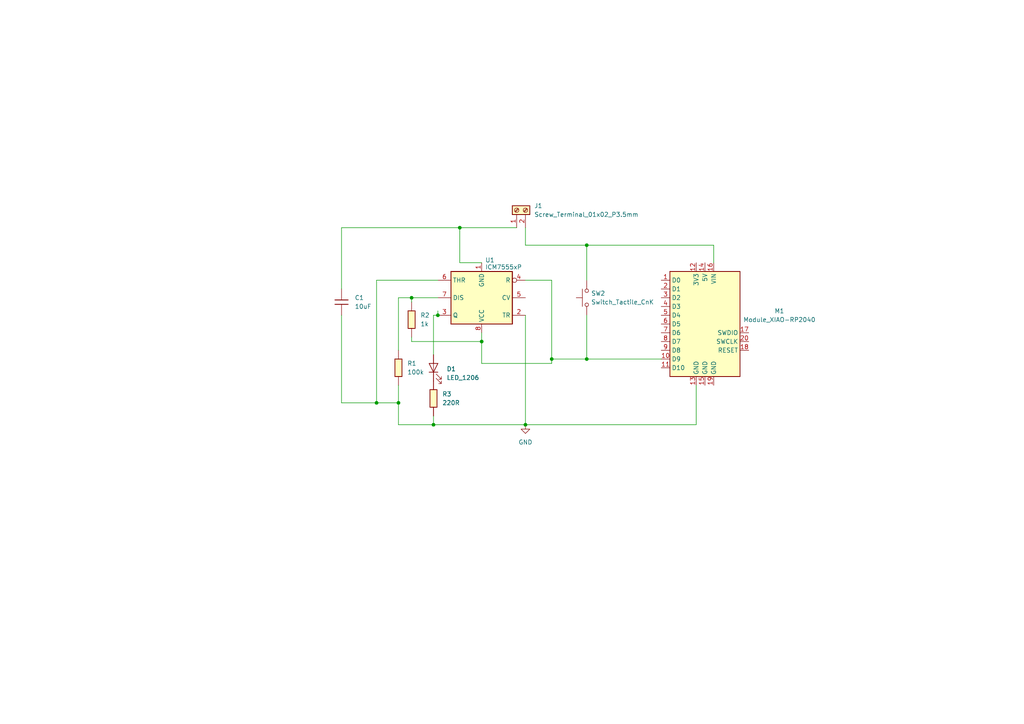
<source format=kicad_sch>
(kicad_sch (version 20231120) (generator "eeschema") (generator_version "8.0")
  (paper "A4")
  (title_block (title "Test_LEBCircuit"))
  (lib_symbols
    (symbol "Fab:C_1206" (pin_numbers hide)
      (property "Reference" "C" (at 0.635 2.54 0))
      (property "Value" "C_1206" (at 0.635 -2.54 0))
      (symbol "C_1206_1_1"
        (polyline (pts (xy -1.905 -0.635) (xy 1.905 -0.635)) (stroke (width 0.25)))
        (polyline (pts (xy -1.905 0.635) (xy 1.905 0.635)) (stroke (width 0.25)))
        (pin passive line (at 0 3.81 270) (length 3.175) (name "~") (number "1"))
        (pin passive line (at 0 -3.81 90) (length 3.175) (name "~") (number "2"))
      )
    )
    (symbol "Fab:LED_1206" (pin_numbers hide) (pin_names (offset 1.016) hide)
      (property "Reference" "D" (at 0 2.54 0))
      (property "Value" "LED_1206" (at 0 -2.54 0))
      (symbol "LED_1206_0_1"
        (polyline (pts (xy -1.27 -1.27) (xy -1.27 1.27)) (stroke (width 0.2032)))
        (polyline (pts (xy -1.27 0) (xy 1.27 0)))
        (polyline (pts (xy 1.27 -1.27) (xy 1.27 1.27) (xy -1.27 0) (xy 1.27 -1.27)) (stroke (width 0.2032)))
        (polyline (pts (xy -3.048 -0.762) (xy -4.572 -2.286) (xy -3.81 -2.286) (xy -4.572 -2.286) (xy -4.572 -1.524)))
        (polyline (pts (xy -1.778 -0.762) (xy -3.302 -2.286) (xy -2.54 -2.286) (xy -3.302 -2.286) (xy -3.302 -1.524)))
      )
      (symbol "LED_1206_1_1"
        (pin passive line (at -3.81 0 0) (length 2.54) (name "K") (number "1"))
        (pin passive line (at 3.81 0 180) (length 2.54) (name "A") (number "2"))
      )
    )
    (symbol "Fab:Module_XIAO-RP2040"
      (property "Reference" "M" (at -10.16 16.51 0))
      (property "Value" "Module_XIAO-RP2040" (at 3.81 16.51 0))
      (symbol "Module_XIAO-RP2040_1_1"
        (rectangle (start -10.16 15.24) (end 10.16 -15.24) (stroke (width 0.254)) (fill (type background)))
        (pin bidirectional line (at -12.7 12.7 0) (length 2.54) (name "D0") (number "1"))
        (pin bidirectional line (at -12.7 -10.16 0) (length 2.54) (name "D9") (number "10"))
        (pin bidirectional line (at -12.7 -12.7 0) (length 2.54) (name "D10") (number "11"))
        (pin power_in line (at -2.54 17.78 270) (length 2.54) (name "3V3") (number "12"))
        (pin power_in line (at -2.54 -17.78 90) (length 2.54) (name "GND") (number "13"))
        (pin power_in line (at 0 17.78 270) (length 2.54) (name "5V") (number "14"))
        (pin power_in line (at 0 -17.78 90) (length 2.54) (name "GND") (number "15"))
        (pin power_in line (at 2.54 17.78 270) (length 2.54) (name "VIN") (number "16"))
        (pin bidirectional line (at 12.7 -2.54 180) (length 2.54) (name "SWDIO") (number "17"))
        (pin input line (at 12.7 -7.62 180) (length 2.54) (name "RESET") (number "18"))
        (pin power_in line (at 2.54 -17.78 90) (length 2.54) (name "GND") (number "19"))
        (pin bidirectional line (at -12.7 10.16 0) (length 2.54) (name "D1") (number "2"))
        (pin input line (at 12.7 -5.08 180) (length 2.54) (name "SWCLK") (number "20"))
        (pin bidirectional line (at -12.7 7.62 0) (length 2.54) (name "D2") (number "3"))
        (pin bidirectional line (at -12.7 5.08 0) (length 2.54) (name "D3") (number "4"))
        (pin bidirectional line (at -12.7 2.54 0) (length 2.54) (name "D4") (number "5"))
        (pin bidirectional line (at -12.7 0 0) (length 2.54) (name "D5") (number "6"))
        (pin bidirectional line (at -12.7 -2.54 0) (length 2.54) (name "D6") (number "7"))
        (pin bidirectional line (at -12.7 -5.08 0) (length 2.54) (name "D7") (number "8"))
        (pin bidirectional line (at -12.7 -7.62 0) (length 2.54) (name "D8") (number "9"))
      )
    )
    (symbol "Fab:R_1206" (pin_numbers hide) (pin_names (offset 0))
      (property "Reference" "R" (at 2.54 0 90))
      (property "Value" "R_1206" (at -2.54 0 90))
      (symbol "R_1206_0_1"
        (rectangle (start -1.016 -2.54) (end 1.016 2.54) (stroke (width 0.254)) (fill (type background)))
      )
      (symbol "R_1206_1_1"
        (pin passive line (at 0 5.08 270) (length 2.54) (name "~") (number "1"))
        (pin passive line (at 0 -5.08 90) (length 2.54) (name "~") (number "2"))
      )
    )
    (symbol "Fab:Screw_Terminal_01x02_P3.5mm" (pin_names (offset 1.016) hide)
      (property "Reference" "J" (at 0 3.81 0))
      (property "Value" "Screw_Terminal_01x02_P3.5mm" (at 0 -3.81 0))
      (symbol "Screw_Terminal_01x02_P3.5mm_1_1"
        (rectangle (start -1.27 2.54) (end 1.27 -2.54) (stroke (width 0.254)) (fill (type background)))
        (circle (center 0 -1.27) (radius 0.635) (stroke (width 0.1524)))
        (polyline (pts (xy -0.5334 -0.9398) (xy 0.3302 -1.778)) (stroke (width 0.1524)))
        (polyline (pts (xy -0.5334 1.6002) (xy 0.3302 0.762)) (stroke (width 0.1524)))
        (polyline (pts (xy -0.3556 -0.762) (xy 0.508 -1.6002)) (stroke (width 0.1524)))
        (polyline (pts (xy -0.3556 1.778) (xy 0.508 0.9398)) (stroke (width 0.1524)))
        (circle (center 0 1.27) (radius 0.635) (stroke (width 0.1524)))
        (pin passive line (at -5.08 1.27 0) (length 3.81) (name "Pin_1") (number "1"))
        (pin passive line (at -5.08 -1.27 0) (length 3.81) (name "Pin_2") (number "2"))
      )
    )
    (symbol "Fab:Switch_Tactile_CnK" (pin_numbers hide) (pin_names (offset 1.016) hide)
      (property "Reference" "SW" (at 1.27 3.81 0))
      (property "Value" "Switch_Tactile_CnK" (at 0 0 0))
      (symbol "Switch_Tactile_CnK_0_1"
        (circle (center -2.032 0) (radius 0.508))
        (polyline (pts (xy 0 1.27) (xy 0 3.048)))
        (polyline (pts (xy 2.54 1.27) (xy -2.54 1.27)))
        (circle (center 2.032 0) (radius 0.508))
        (pin passive line (at -5.08 0 0) (length 2.54) (name "1") (number "1"))
        (pin passive line (at 5.08 0 180) (length 2.54) (name "2") (number "2"))
      )
    )
    (symbol "Timer:ICM7555xP"
      (property "Reference" "U" (at -10.16 8.89 0))
      (property "Value" "ICM7555xP" (at 2.54 8.89 0))
      (symbol "ICM7555xP_0_0"
        (pin power_in line (at 0 -10.16 90) (length 2.54) (name "GND") (number "1"))
        (pin power_in line (at 0 10.16 270) (length 2.54) (name "VCC") (number "8"))
      )
      (symbol "ICM7555xP_0_1"
        (rectangle (start -8.89 -7.62) (end 8.89 7.62) (stroke (width 0.254)) (fill (type background)))
        (rectangle (start -8.89 -7.62) (end 8.89 7.62) (stroke (width 0.254)) (fill (type background)))
      )
      (symbol "ICM7555xP_1_1"
        (pin input line (at -12.7 5.08 0) (length 3.81) (name "TR") (number "2"))
        (pin output line (at 12.7 5.08 180) (length 3.81) (name "Q") (number "3"))
        (pin input inverted (at -12.7 -5.08 0) (length 3.81) (name "R") (number "4"))
        (pin input line (at -12.7 0 0) (length 3.81) (name "CV") (number "5"))
        (pin input line (at 12.7 -5.08 180) (length 3.81) (name "THR") (number "6"))
        (pin input line (at 12.7 0 180) (length 3.81) (name "DIS") (number "7"))
      )
    )
    (symbol "power:GND" (power) (pin_numbers hide) (pin_names (offset 0) hide)
      (property "Value" "GND" (at 0 -3.81 0))
      (symbol "GND_0_1"
        (polyline (pts (xy 0 0) (xy 0 -1.27) (xy 1.27 -1.27) (xy 0 -2.54) (xy -1.27 -1.27) (xy 0 -1.27)))
      )
      (symbol "GND_1_1"
        (pin power_in line (at 0 0 270) (length 0) (name "~") (number "1"))
      )
    )
  )
  (junction (at 133.35 66.04))
  (junction (at 160.02 104.14))
  (junction (at 127 91.44))
  (junction (at 115.57 116.84))
  (junction (at 170.18 71.12))
  (junction (at 139.7 99.06))
  (junction (at 170.18 104.14))
  (junction (at 152.4 123.19))
  (junction (at 119.38 86.36))
  (junction (at 125.73 123.19))
  (junction (at 109.22 116.84))
  (wire (pts (xy 125.73 123.19) (xy 152.4 123.19)))
  (wire (pts (xy 133.35 66.04) (xy 99.06 66.04)))
  (wire (pts (xy 99.06 66.04) (xy 99.06 83.82)))
  (wire (pts (xy 160.02 104.14) (xy 160.02 105.41)))
  (wire (pts (xy 133.35 66.04) (xy 133.35 76.2)))
  (wire (pts (xy 207.01 71.12) (xy 207.01 76.2)))
  (wire (pts (xy 127 86.36) (xy 119.38 86.36)))
  (wire (pts (xy 170.18 91.44) (xy 170.18 104.14)))
  (wire (pts (xy 201.93 111.76) (xy 201.93 123.19)))
  (wire (pts (xy 109.22 81.28) (xy 109.22 116.84)))
  (wire (pts (xy 152.4 81.28) (xy 160.02 81.28)))
  (wire (pts (xy 139.7 76.2) (xy 133.35 76.2)))
  (wire (pts (xy 127 90.17) (xy 127 91.44)))
  (wire (pts (xy 152.4 66.04) (xy 152.4 71.12)))
  (wire (pts (xy 125.73 102.87) (xy 125.73 91.44)))
  (wire (pts (xy 99.06 116.84) (xy 109.22 116.84)))
  (wire (pts (xy 119.38 87.63) (xy 119.38 86.36)))
  (wire (pts (xy 115.57 123.19) (xy 115.57 116.84)))
  (wire (pts (xy 170.18 104.14) (xy 191.77 104.14)))
  (wire (pts (xy 115.57 111.76) (xy 115.57 116.84)))
  (wire (pts (xy 170.18 71.12) (xy 170.18 81.28)))
  (wire (pts (xy 119.38 99.06) (xy 139.7 99.06)))
  (wire (pts (xy 125.73 91.44) (xy 127 91.44)))
  (wire (pts (xy 115.57 86.36) (xy 119.38 86.36)))
  (wire (pts (xy 170.18 71.12) (xy 207.01 71.12)))
  (wire (pts (xy 125.73 120.65) (xy 125.73 123.19)))
  (wire (pts (xy 139.7 105.41) (xy 160.02 105.41)))
  (wire (pts (xy 201.93 123.19) (xy 152.4 123.19)))
  (wire (pts (xy 160.02 104.14) (xy 170.18 104.14)))
  (wire (pts (xy 152.4 71.12) (xy 170.18 71.12)))
  (wire (pts (xy 115.57 86.36) (xy 115.57 101.6)))
  (wire (pts (xy 160.02 81.28) (xy 160.02 104.14)))
  (wire (pts (xy 139.7 96.52) (xy 139.7 99.06)))
  (wire (pts (xy 133.35 66.04) (xy 149.86 66.04)))
  (wire (pts (xy 109.22 81.28) (xy 127 81.28)))
  (wire (pts (xy 109.22 116.84) (xy 115.57 116.84)))
  (wire (pts (xy 115.57 123.19) (xy 125.73 123.19)))
  (wire (pts (xy 152.4 91.44) (xy 152.4 123.19)))
  (wire (pts (xy 99.06 91.44) (xy 99.06 116.84)))
  (wire (pts (xy 119.38 99.06) (xy 119.38 97.79)))
  (wire (pts (xy 139.7 99.06) (xy 139.7 105.41)))
  (symbol (lib_id "power:GND") (at 152.4 123.19 0) (unit 1)
    (property "Reference" "#PWR01" (effects (hide yes)))
    (property "Value" "GND" (at 152.4 128.27 0))
    (property "Description" "Power symbol creates a global label with name \"GND\" , ground" (effects (hide yes)))
  )
  (symbol (lib_id "Fab:C_1206") (at 99.06 87.63 0) (unit 1)
    (property "Reference" "C1" (at 102.87 86.3599 0) (effects (justify left)))
    (property "Value" "10uF" (at 102.87 88.8999 0) (effects (justify left)))
    (property "Footprint" "fab:C_1206" (effects (hide yes)))
    (property "Datasheet" "https://www.yageo.com/upload/media/product/productsearch/datasheet/mlcc/UPY-GP_NP0_16V-to-50V_18.pdf" (effects (hide yes)))
    (property "Description" "Unpolarized capacitor, SMD, 1206" (effects (hide yes)))
  )
  (symbol (lib_id "Fab:Module_XIAO-RP2040") (at 204.47 93.98 0) (unit 1)
    (property "Reference" "M1" (at 226.06 90.2014 0))
    (property "Value" "Module_XIAO-RP2040" (at 226.06 92.7414 0))
    (property "Footprint" "fab:SeeedStudio_XIAO_RP2040" (effects (hide yes)))
    (property "Datasheet" "https://wiki.seeedstudio.com/XIAO-RP2040/" (effects (hide yes)))
    (property "Description" "RP2040 XIAO RP2040 - ARM® Cortex®-M0+ MCU 32-Bit Embedded Evaluation Board" (effects (hide yes)))
  )
  (symbol (lib_id "Fab:R_1206") (at 115.57 106.68 0) (unit 1)
    (property "Reference" "R1" (at 118.11 105.4099 0) (effects (justify left)))
    (property "Value" "100k" (at 118.11 107.9499 0) (effects (justify left)))
    (property "Footprint" "fab:R_1206" (effects (hide yes)))
    (property "Description" "Resistor" (effects (hide yes)))
  )
  (symbol (lib_id "Fab:Screw_Terminal_01x02_P3.5mm") (at 151.13 60.96 90) (unit 1)
    (property "Reference" "J1" (at 154.94 59.6899 90) (effects (justify right)))
    (property "Value" "Screw_Terminal_01x02_P3.5mm" (at 154.94 62.2299 90) (effects (justify right)))
    (property "Footprint" "fab:TerminalBlock_OnShore_1x02_P3.50mm_Horizontal" (effects (hide yes)))
    (property "Datasheet" "www.on-shore.com/wp-content/uploads/ED555XDS.pdf" (effects (hide yes)))
    (property "Description" "TERM BLK 2POS SIDE ENT 3.5MM PCB" (effects (hide yes)))
  )
  (symbol (lib_id "Fab:Switch_Tactile_CnK") (at 170.18 86.36 90) (unit 1)
    (property "Reference" "SW2" (at 171.45 85.0899 90) (effects (justify right)))
    (property "Value" "Switch_Tactile_CnK" (at 171.45 87.6299 90) (effects (justify right)))
    (property "Footprint" "fab:Button_CnK_PTS636.0_6x3.5mm" (effects (hide yes)))
    (property "Datasheet" "https://www.ckswitches.com/media/2779/pts636.pdf" (effects (hide yes)))
    (property "Description" "Push button switch, C&K PTS636 SM25F SMTR LFS, Tactile Switch SPST-NO Top Actuated Surface Mount" (effects (hide yes)))
  )
  (symbol (lib_id "Fab:R_1206") (at 125.73 115.57 0) (unit 1)
    (property "Reference" "R3" (at 128.27 114.2999 0) (effects (justify left)))
    (property "Value" "220R" (at 128.27 116.8399 0) (effects (justify left)))
    (property "Footprint" "fab:R_1206" (effects (hide yes)))
    (property "Description" "Resistor" (effects (hide yes)))
  )
  (symbol (lib_id "Fab:LED_1206") (at 125.73 106.68 90) (unit 1)
    (property "Reference" "D1" (at 129.54 107.0101 90) (effects (justify right)))
    (property "Value" "LED_1206" (at 129.54 109.5501 90) (effects (justify right)))
    (property "Footprint" "fab:LED_1206" (effects (hide yes)))
    (property "Datasheet" "https://optoelectronics.liteon.com/upload/download/DS-22-98-0002/LTST-C150CKT.pdf" (effects (hide yes)))
    (property "Description" "Light emitting diode, Lite-On Inc. LTST, SMD" (effects (hide yes)))
  )
  (symbol (lib_id "Fab:R_1206") (at 119.38 92.71 180) (unit 1)
    (property "Reference" "R2" (at 121.92 91.4399 0) (effects (justify right)))
    (property "Value" "1k" (at 121.92 93.9799 0) (effects (justify right)))
    (property "Footprint" "fab:R_1206" (effects (hide yes)))
    (property "Description" "Resistor" (effects (hide yes)))
  )
  (symbol (lib_id "Timer:ICM7555xP") (at 139.7 86.36 180) (unit 1)
    (property "Reference" "U1" (at 140.716 75.438 0) (effects (justify right)))
    (property "Value" "ICM7555xP" (at 140.716 77.47 0) (effects (justify right)))
    (property "Footprint" "Package_DIP:DIP-8_W7.62mm" (effects (hide yes)))
    (property "Datasheet" "http://www.intersil.com/content/dam/Intersil/documents/icm7/icm7555-56.pdf" (effects (hide yes)))
    (property "Description" "CMOS General Purpose Timer, 555 compatible, PDIP-8" (effects (hide yes)))
  )
)
</source>
